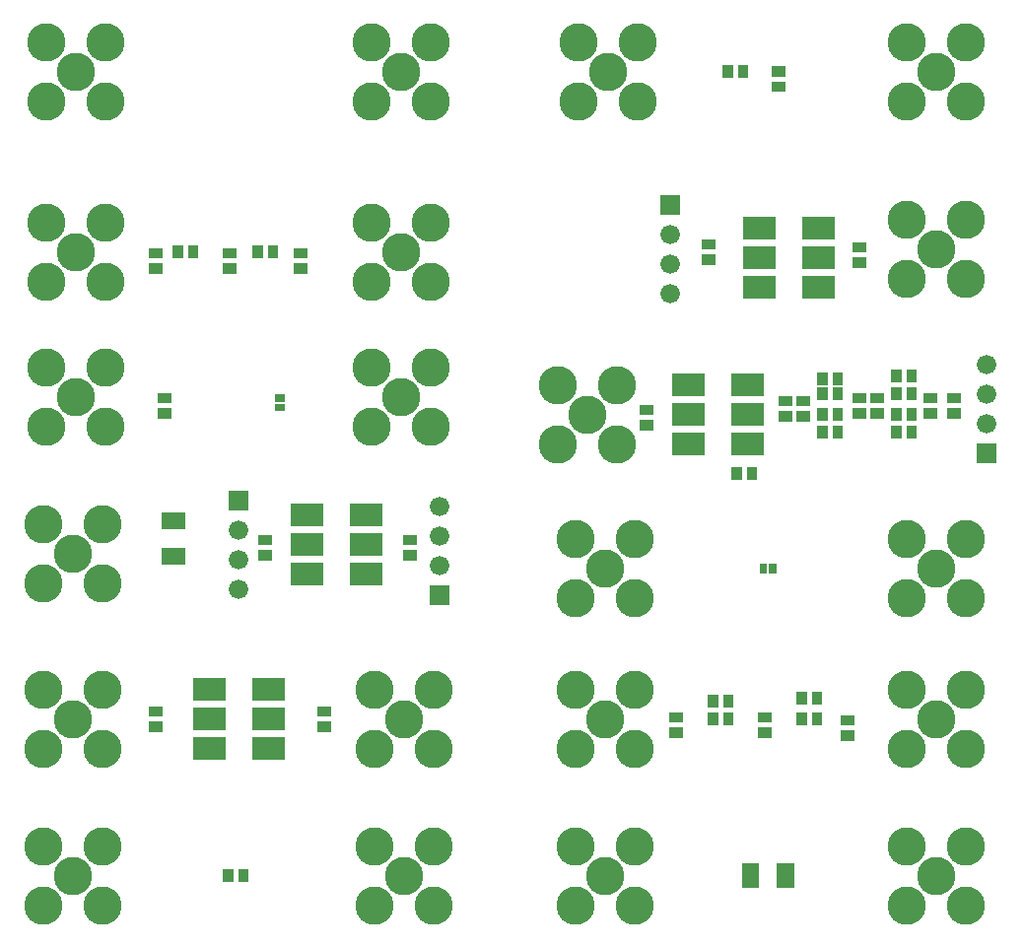
<source format=gbr>
G04 start of page 6 for group -4063 idx -4063
G04 Title: (unknown), componentmask *
G04 Creator: pcb 20080202 *
G04 CreationDate: Sat 15 Mar 2008 09:09:28 PM GMT UTC *
G04 For: matt *
G04 Format: Gerber/RS-274X *
G04 PCB-Dimensions: 360000 350000 *
G04 PCB-Coordinate-Origin: lower left *
%MOIN*%
%FSLAX24Y24*%
%LNFRONTMASK*%
%ADD13C,0.0200*%
%ADD22C,0.1300*%
%ADD23C,0.0660*%
%ADD24R,0.0355X0.0355*%
%ADD25R,0.0572X0.0572*%
%ADD26R,0.0257X0.0257*%
%ADD27R,0.0750X0.0750*%
G54D22*X13200Y32500D03*
X15200D03*
X31300D03*
X33300D03*
X2200D03*
X4200D03*
Y30500D03*
X2200D03*
X3200Y31500D03*
X15200Y30500D03*
X33300D03*
X31300D03*
X32300Y31500D03*
X13200Y30500D03*
X14200Y31500D03*
X20200Y32500D03*
X22200D03*
Y30500D03*
X20200D03*
X21200Y31500D03*
X13200Y21500D03*
Y19500D03*
X14200Y20500D03*
X13200Y26400D03*
Y24400D03*
X14200Y25400D03*
X15200Y21500D03*
Y19500D03*
Y26400D03*
Y24400D03*
X19500Y20900D03*
X21500D03*
Y18900D03*
X19500D03*
X20500Y19900D03*
G54D13*G36*
X8370Y17330D02*Y16670D01*
X9030D01*
Y17330D01*
X8370D01*
G37*
G54D23*X8700Y16000D03*
Y15000D03*
Y14000D03*
G54D22*X31300Y15700D03*
Y13700D03*
X32300Y14700D03*
X33300Y15700D03*
G54D13*G36*
X33670Y18930D02*Y18270D01*
X34330D01*
Y18930D01*
X33670D01*
G37*
G54D23*X34000Y19600D03*
Y20600D03*
Y21600D03*
G54D22*X33300Y13700D03*
Y10600D03*
Y8600D03*
X31300Y10600D03*
Y8600D03*
X32300Y9600D03*
X31300Y5300D03*
X32300Y4300D03*
X33300Y5300D03*
Y3300D03*
X31300D03*
X20100Y15700D03*
X22100D03*
Y13700D03*
X20100D03*
X21100Y14700D03*
X20100Y10600D03*
Y8600D03*
X21100Y9600D03*
X20100Y5300D03*
Y3300D03*
X21100Y4300D03*
X22100Y10600D03*
Y8600D03*
Y5300D03*
Y3300D03*
X4100Y5300D03*
Y3300D03*
X3100Y4300D03*
G54D13*G36*
X22970Y27330D02*Y26670D01*
X23630D01*
Y27330D01*
X22970D01*
G37*
G54D22*X31300Y26500D03*
X33300D03*
G54D23*X23300Y26000D03*
Y25000D03*
Y24000D03*
G54D22*X33300Y24500D03*
X31300D03*
X32300Y25500D03*
X2100Y10600D03*
X4100D03*
Y8600D03*
X4200Y21500D03*
Y19500D03*
X3200Y20500D03*
X4100Y16200D03*
Y14200D03*
X3100Y9600D03*
Y15200D03*
X2100Y8600D03*
Y3300D03*
Y5300D03*
X13300D03*
X15300D03*
Y3300D03*
X13300D03*
X14300Y4300D03*
X13300Y10600D03*
Y8600D03*
X14300Y9600D03*
X15300Y10600D03*
Y8600D03*
G54D13*G36*
X15170Y14130D02*Y13470D01*
X15830D01*
Y14130D01*
X15170D01*
G37*
G54D23*X15500Y14800D03*
Y15800D03*
Y16800D03*
G54D22*X2200Y21500D03*
Y19500D03*
X2100Y16200D03*
Y14200D03*
X2200Y26400D03*
X4200D03*
Y24400D03*
X2200D03*
X3200Y25400D03*
G54D24*X10750Y25355D02*X10849D01*
X10750Y24844D02*X10849D01*
X9855Y25449D02*Y25350D01*
X9344Y25449D02*Y25350D01*
G54D25*X6381Y15109D02*X6618D01*
X6381Y16290D02*X6618D01*
G54D24*X6150Y20455D02*X6249D01*
X6150Y19944D02*X6249D01*
G54D26*X10060Y20457D02*X10139D01*
X10060Y20142D02*X10139D01*
G54D24*X8350Y25355D02*X8449D01*
X8350Y24844D02*X8449D01*
X5850Y25355D02*X5949D01*
X5850Y24844D02*X5949D01*
X7155Y25449D02*Y25350D01*
X6644Y25449D02*Y25350D01*
G54D27*X7525Y10600D02*X7875D01*
X7525Y9600D02*X7875D01*
G54D24*X5850Y9855D02*X5949D01*
X5850Y9344D02*X5949D01*
G54D27*X7525Y8600D02*X7875D01*
G54D24*X8344Y4349D02*Y4250D01*
X8855Y4349D02*Y4250D01*
G54D27*X9525Y8600D02*X9875D01*
G54D24*X11550Y9344D02*X11649D01*
X11550Y9855D02*X11649D01*
G54D27*X9525Y9600D02*X9875D01*
X9525Y10600D02*X9875D01*
G54D24*X14450Y15144D02*X14549D01*
X14450Y15655D02*X14549D01*
G54D27*X12825Y14500D02*X13175D01*
G54D24*X9550Y15655D02*X9649D01*
X9550Y15144D02*X9649D01*
G54D27*X12825Y15500D02*X13175D01*
X12825Y16500D02*X13175D01*
X10825D02*X11175D01*
X10825Y15500D02*X11175D01*
X10825Y14500D02*X11175D01*
G54D24*X24744Y9649D02*Y9550D01*
X25255Y9649D02*Y9550D01*
X26450Y9655D02*X26549D01*
X24744Y10249D02*Y10150D01*
X25255Y10249D02*Y10150D01*
X29250Y9555D02*X29349D01*
X29250Y9044D02*X29349D01*
X27744Y10349D02*Y10250D01*
Y9649D02*Y9550D01*
X28255Y10349D02*Y10250D01*
Y9649D02*Y9550D01*
X26450Y9144D02*X26549D01*
X23450Y9655D02*X23549D01*
X23450Y9144D02*X23549D01*
G54D26*X26442Y14739D02*Y14660D01*
X26757Y14739D02*Y14660D01*
G54D25*X27190Y4418D02*Y4181D01*
X26009Y4418D02*Y4181D01*
G54D24*X28444Y21149D02*Y21050D01*
Y20649D02*Y20550D01*
X28955Y19349D02*Y19250D01*
X28444Y19349D02*Y19250D01*
X27150Y19844D02*X27249D01*
X27150Y20355D02*X27249D01*
X28955Y19949D02*Y19850D01*
X28444Y19949D02*Y19850D01*
X27750Y19844D02*X27849D01*
X27750Y20355D02*X27849D01*
X29650Y25044D02*X29749D01*
X29650Y25555D02*X29749D01*
G54D27*X28125Y24200D02*X28475D01*
X28125Y25200D02*X28475D01*
X28125Y26200D02*X28475D01*
G54D24*X25244Y31549D02*Y31450D01*
X25755Y31549D02*Y31450D01*
X24550Y25655D02*X24649D01*
X24550Y25144D02*X24649D01*
G54D27*X26125Y26200D02*X26475D01*
X26125Y25200D02*X26475D01*
X26125Y24200D02*X26475D01*
G54D24*X26901Y31500D02*X27000D01*
X26901Y30988D02*X27000D01*
X28955Y21149D02*Y21050D01*
Y20649D02*Y20550D01*
X29650Y19944D02*X29749D01*
X29650Y20455D02*X29749D01*
X30250Y19944D02*X30349D01*
X30250Y20455D02*X30349D01*
X31455Y20649D02*Y20550D01*
X30944Y20649D02*Y20550D01*
Y21249D02*Y21150D01*
X31455Y21249D02*Y21150D01*
X32850Y19944D02*X32949D01*
X32850Y20455D02*X32949D01*
X32050Y19944D02*X32149D01*
X32050Y20455D02*X32149D01*
X31455Y19949D02*Y19850D01*
X30944Y19949D02*Y19850D01*
X31455Y19349D02*Y19250D01*
X30944Y19349D02*Y19250D01*
G54D27*X23725Y20900D02*X24075D01*
X23725Y19900D02*X24075D01*
X23725Y18900D02*X24075D01*
G54D24*X22450Y20055D02*X22549D01*
X22450Y19544D02*X22549D01*
G54D27*X25725Y18900D02*X26075D01*
X25725Y19900D02*X26075D01*
X25725Y20900D02*X26075D01*
G54D24*X25544Y17850D02*Y17949D01*
X26055Y17850D02*Y17949D01*
M02*

</source>
